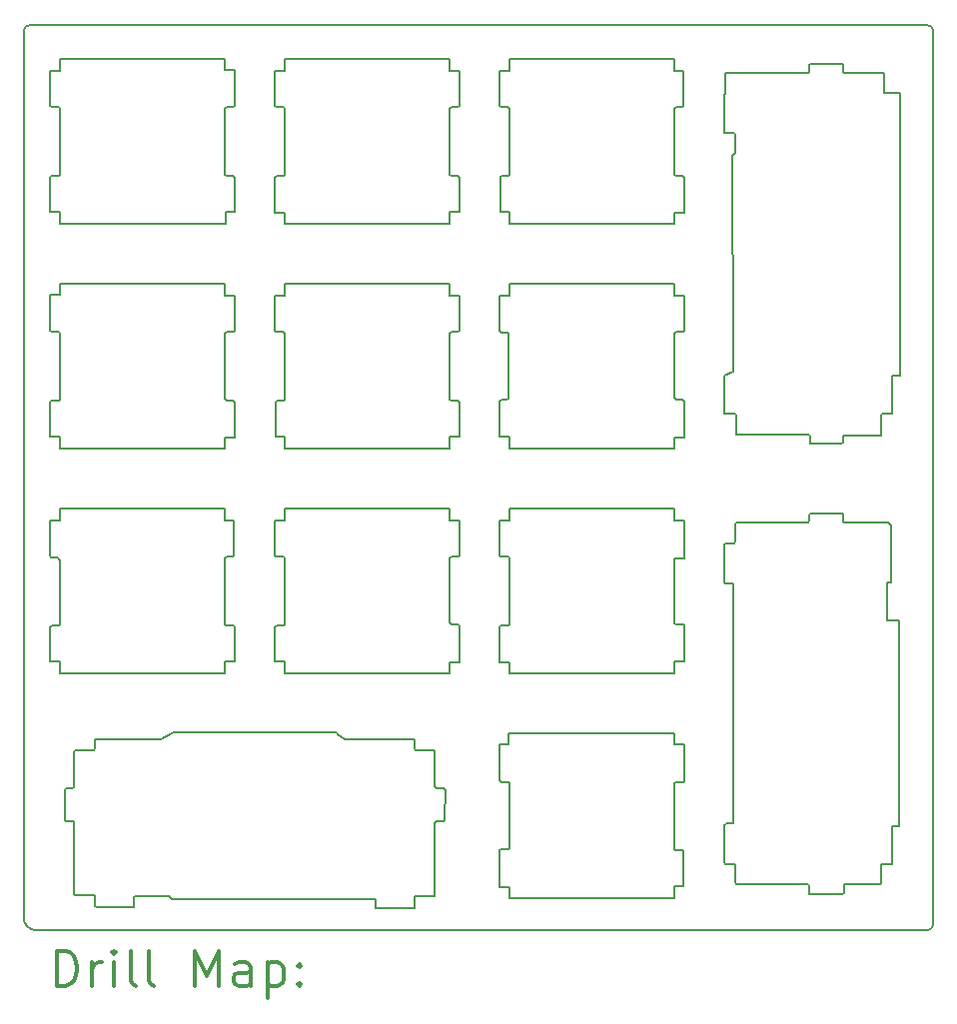
<source format=gbr>
%FSLAX45Y45*%
G04 Gerber Fmt 4.5, Leading zero omitted, Abs format (unit mm)*
G04 Created by KiCad (PCBNEW (5.1.9)-1) date 2021-05-26 14:19:04*
%MOMM*%
%LPD*%
G01*
G04 APERTURE LIST*
%TA.AperFunction,Profile*%
%ADD10C,0.150000*%
%TD*%
%ADD11C,0.200000*%
%ADD12C,0.300000*%
G04 APERTURE END LIST*
D10*
X17221200Y-12344400D02*
X17259300Y-12344400D01*
X17221200Y-12661900D02*
X17221200Y-12344400D01*
X15504160Y-12136120D02*
X15504160Y-12115800D01*
X15422880Y-12136120D02*
X15504160Y-12136120D01*
X17233900Y-11836400D02*
X17155160Y-11836400D01*
X17259300Y-11861800D02*
X17233900Y-11836400D01*
X17259300Y-12001500D02*
X17259300Y-11861800D01*
X17259300Y-12344400D02*
X17259300Y-12001500D01*
X17322800Y-12661900D02*
X17221200Y-12661900D01*
X17322800Y-14406880D02*
X17322800Y-12661900D01*
X15915640Y-12349480D02*
X15849600Y-12349480D01*
X15915640Y-12669520D02*
X15915640Y-12349480D01*
X13385800Y-14998700D02*
X13390880Y-14991080D01*
X13220700Y-14998700D02*
X13385800Y-14998700D01*
X13220700Y-15100300D02*
X13220700Y-14998700D01*
X12890500Y-15100300D02*
X13220700Y-15100300D01*
X12890500Y-15036800D02*
X12890500Y-15100300D01*
X12877800Y-15024100D02*
X12890500Y-15036800D01*
X10845800Y-14998700D02*
X10835640Y-15011400D01*
X11137900Y-14998700D02*
X10845800Y-14998700D01*
X11163300Y-15024100D02*
X11137900Y-14998700D01*
X12877800Y-15024100D02*
X11163300Y-15024100D01*
X17195800Y-8026400D02*
X17162780Y-8026400D01*
X17261840Y-10591800D02*
X17335500Y-10591800D01*
X17261840Y-10591800D02*
X17261840Y-10906760D01*
X17335500Y-10287000D02*
X17335500Y-10591800D01*
X17195800Y-8191500D02*
X17195800Y-8026400D01*
X17272000Y-8191500D02*
X17195800Y-8191500D01*
X17335500Y-8191500D02*
X17335500Y-10287000D01*
X17272000Y-8191500D02*
X17335500Y-8191500D01*
X15854680Y-8026400D02*
X16550640Y-8026400D01*
X15854680Y-8026400D02*
X15854680Y-8036560D01*
X15854680Y-8194040D02*
X15854680Y-8036560D01*
X15852140Y-8199120D02*
X15854680Y-8194040D01*
X17170400Y-11094720D02*
X17170400Y-11079480D01*
X16847820Y-11094720D02*
X17170400Y-11094720D01*
X16568420Y-11102340D02*
X16558260Y-11087100D01*
X15915640Y-10556240D02*
X15839440Y-10586720D01*
X10007600Y-15290800D02*
X10003880Y-15290557D01*
X15913100Y-8724900D02*
X15938500Y-8699500D01*
X15913100Y-8862060D02*
X15913100Y-8724900D01*
X11069320Y-13670280D02*
X11160760Y-13624560D01*
X10830560Y-13670280D02*
X11069320Y-13670280D01*
X12623800Y-13670280D02*
X12567920Y-13629640D01*
X12898120Y-13670280D02*
X12623800Y-13670280D01*
X15915640Y-10248900D02*
X15915640Y-10556240D01*
X17266920Y-14406880D02*
X17266920Y-14411960D01*
X17322800Y-14406880D02*
X17266920Y-14406880D01*
X15864840Y-14386560D02*
X15854680Y-14391640D01*
X15915640Y-14386560D02*
X15864840Y-14386560D01*
X15915640Y-14056360D02*
X15915640Y-14386560D01*
X10003880Y-15290557D02*
G75*
G02*
X9906000Y-15179040I8800J106438D01*
G01*
X11617960Y-9306560D02*
X11612880Y-9306560D01*
X11617960Y-9204960D02*
X11617960Y-9306560D01*
X11694160Y-9204960D02*
X11617960Y-9204960D01*
X11694160Y-8910320D02*
X11694160Y-9204960D01*
X11689080Y-8905240D02*
X11694160Y-8910320D01*
X11678920Y-8895080D02*
X11689080Y-8905240D01*
X11623040Y-8895080D02*
X11678920Y-8895080D01*
X11612880Y-8884920D02*
X11623040Y-8895080D01*
X11612880Y-8326120D02*
X11612880Y-8884920D01*
X11623040Y-8315960D02*
X11612880Y-8326120D01*
X11678920Y-8315960D02*
X11623040Y-8315960D01*
X11694160Y-8305800D02*
X11678920Y-8315960D01*
X11694160Y-8001000D02*
X11694160Y-8305800D01*
X11612880Y-8001000D02*
X11694160Y-8001000D01*
X11612880Y-7904480D02*
X11612880Y-8001000D01*
X10210800Y-7904480D02*
X11612880Y-7904480D01*
X10210800Y-8006080D02*
X10210800Y-7904480D01*
X10129520Y-8006080D02*
X10210800Y-8006080D01*
X10129520Y-8305800D02*
X10129520Y-8006080D01*
X10144760Y-8315960D02*
X10129520Y-8305800D01*
X10200640Y-8315960D02*
X10144760Y-8315960D01*
X10210800Y-8331200D02*
X10200640Y-8315960D01*
X10210800Y-8884920D02*
X10210800Y-8331200D01*
X10200640Y-8895080D02*
X10210800Y-8884920D01*
X10139680Y-8895080D02*
X10200640Y-8895080D01*
X10129520Y-8910320D02*
X10139680Y-8895080D01*
X10129520Y-9204960D02*
X10129520Y-8910320D01*
X10210800Y-9204960D02*
X10129520Y-9204960D01*
X10210800Y-9306560D02*
X10210800Y-9204960D01*
X11612880Y-9306560D02*
X10210800Y-9306560D01*
X13517880Y-9204960D02*
X13517880Y-9306560D01*
X13599160Y-9204960D02*
X13517880Y-9204960D01*
X13599160Y-8910320D02*
X13599160Y-9204960D01*
X13583920Y-8895080D02*
X13599160Y-8910320D01*
X13528040Y-8895080D02*
X13583920Y-8895080D01*
X13517880Y-8884920D02*
X13528040Y-8895080D01*
X13517880Y-8326120D02*
X13517880Y-8884920D01*
X13528040Y-8315960D02*
X13517880Y-8326120D01*
X13583920Y-8315960D02*
X13528040Y-8315960D01*
X13599160Y-8300720D02*
X13583920Y-8315960D01*
X13599160Y-8006080D02*
X13599160Y-8300720D01*
X13517880Y-8006080D02*
X13599160Y-8006080D01*
X13517880Y-7904480D02*
X13517880Y-8006080D01*
X12115800Y-7904480D02*
X13517880Y-7904480D01*
X12115800Y-8006080D02*
X12115800Y-7904480D01*
X12034520Y-8006080D02*
X12115800Y-8006080D01*
X12034520Y-8300720D02*
X12034520Y-8006080D01*
X12049760Y-8315960D02*
X12034520Y-8300720D01*
X12105640Y-8315960D02*
X12049760Y-8315960D01*
X12115800Y-8326120D02*
X12105640Y-8315960D01*
X12115800Y-8884920D02*
X12115800Y-8326120D01*
X12105640Y-8895080D02*
X12115800Y-8884920D01*
X12049760Y-8895080D02*
X12105640Y-8895080D01*
X12034520Y-8910320D02*
X12049760Y-8895080D01*
X12034520Y-9210040D02*
X12034520Y-8910320D01*
X12115800Y-9210040D02*
X12034520Y-9210040D01*
X12115800Y-9306560D02*
X12115800Y-9210040D01*
X13517880Y-9306560D02*
X12115800Y-9306560D01*
X15422880Y-9306560D02*
X14020800Y-9306560D01*
X14020800Y-9204960D02*
X14020800Y-9306560D01*
X13944600Y-9204960D02*
X14020800Y-9204960D01*
X13944600Y-8905240D02*
X13944600Y-9204960D01*
X13954760Y-8895080D02*
X13944600Y-8905240D01*
X14010640Y-8895080D02*
X13954760Y-8895080D01*
X14020800Y-8884920D02*
X14010640Y-8895080D01*
X14020800Y-8326120D02*
X14020800Y-8884920D01*
X14005560Y-8315960D02*
X14020800Y-8326120D01*
X13954760Y-8315960D02*
X14005560Y-8315960D01*
X13939520Y-8300720D02*
X13954760Y-8315960D01*
X13939520Y-8006080D02*
X13939520Y-8300720D01*
X14020800Y-8006080D02*
X13939520Y-8006080D01*
X14020800Y-7909560D02*
X14020800Y-8006080D01*
X15422880Y-7909560D02*
X14020800Y-7909560D01*
X15422880Y-8006080D02*
X15422880Y-7909560D01*
X15499080Y-8006080D02*
X15422880Y-8006080D01*
X15499080Y-8305800D02*
X15499080Y-8006080D01*
X15488920Y-8315960D02*
X15499080Y-8305800D01*
X15433040Y-8315960D02*
X15488920Y-8315960D01*
X15422880Y-8331200D02*
X15433040Y-8315960D01*
X15422880Y-8884920D02*
X15422880Y-8331200D01*
X15438120Y-8895080D02*
X15422880Y-8884920D01*
X15488920Y-8895080D02*
X15438120Y-8895080D01*
X15504160Y-8910320D02*
X15488920Y-8895080D01*
X15504160Y-9210040D02*
X15504160Y-8910320D01*
X15422880Y-9210040D02*
X15504160Y-9210040D01*
X15422880Y-9306560D02*
X15422880Y-9210040D01*
X14020800Y-9911080D02*
X13939520Y-9911080D01*
X14020800Y-9809480D02*
X14020800Y-9911080D01*
X15422880Y-9809480D02*
X14020800Y-9809480D01*
X15422880Y-9911080D02*
X15422880Y-9809480D01*
X15504160Y-9911080D02*
X15422880Y-9911080D01*
X15504160Y-10210800D02*
X15504160Y-9911080D01*
X15494000Y-10220960D02*
X15504160Y-10210800D01*
X15433040Y-10220960D02*
X15494000Y-10220960D01*
X15422880Y-10231120D02*
X15433040Y-10220960D01*
X15422880Y-10779760D02*
X15422880Y-10231120D01*
X15433040Y-10795000D02*
X15422880Y-10779760D01*
X15488920Y-10795000D02*
X15433040Y-10795000D01*
X15504160Y-10810240D02*
X15488920Y-10795000D01*
X15504160Y-11115040D02*
X15504160Y-10810240D01*
X15422880Y-11115040D02*
X15504160Y-11115040D01*
X15422880Y-11211560D02*
X15422880Y-11115040D01*
X14020800Y-11211560D02*
X15422880Y-11211560D01*
X14020800Y-11109960D02*
X14020800Y-11211560D01*
X13939520Y-11109960D02*
X14020800Y-11109960D01*
X13939520Y-10810240D02*
X13939520Y-11109960D01*
X13954760Y-10795000D02*
X13939520Y-10810240D01*
X14000480Y-10795000D02*
X13954760Y-10795000D01*
X14015720Y-10784840D02*
X14000480Y-10795000D01*
X14015720Y-10236200D02*
X14015720Y-10784840D01*
X14005560Y-10226040D02*
X14015720Y-10236200D01*
X13954760Y-10226040D02*
X14005560Y-10226040D01*
X13939520Y-10210800D02*
X13954760Y-10226040D01*
X13939520Y-9911080D02*
X13939520Y-10210800D01*
X12115800Y-9911080D02*
X12034520Y-9911080D01*
X12115800Y-9809480D02*
X12115800Y-9911080D01*
X13517880Y-9809480D02*
X12115800Y-9809480D01*
X13517880Y-9911080D02*
X13517880Y-9809480D01*
X13599160Y-9911080D02*
X13517880Y-9911080D01*
X13599160Y-10205720D02*
X13599160Y-9911080D01*
X13583920Y-10220960D02*
X13599160Y-10205720D01*
X13528040Y-10220960D02*
X13583920Y-10220960D01*
X13517880Y-10231120D02*
X13528040Y-10220960D01*
X13517880Y-10789920D02*
X13517880Y-10231120D01*
X13528040Y-10800080D02*
X13517880Y-10789920D01*
X13583920Y-10800080D02*
X13528040Y-10800080D01*
X13599160Y-10815320D02*
X13583920Y-10800080D01*
X13599160Y-11109960D02*
X13599160Y-10815320D01*
X13517880Y-11109960D02*
X13599160Y-11109960D01*
X13517880Y-11115040D02*
X13517880Y-11109960D01*
X13517880Y-11211560D02*
X13517880Y-11115040D01*
X12115800Y-11211560D02*
X13517880Y-11211560D01*
X12115800Y-11109960D02*
X12115800Y-11211560D01*
X12039600Y-11109960D02*
X12115800Y-11109960D01*
X12039600Y-10815320D02*
X12039600Y-11109960D01*
X12049760Y-10805160D02*
X12039600Y-10815320D01*
X12105640Y-10805160D02*
X12049760Y-10805160D01*
X12115800Y-10795000D02*
X12105640Y-10805160D01*
X12115800Y-10236200D02*
X12115800Y-10795000D01*
X12100560Y-10220960D02*
X12115800Y-10236200D01*
X12044680Y-10220960D02*
X12100560Y-10220960D01*
X12034520Y-10210800D02*
X12044680Y-10220960D01*
X12034520Y-10200640D02*
X12034520Y-10210800D01*
X12034520Y-9911080D02*
X12034520Y-10200640D01*
X10144760Y-10800080D02*
X10132060Y-10812780D01*
X10200640Y-10800080D02*
X10144760Y-10800080D01*
X10210800Y-10789920D02*
X10200640Y-10800080D01*
X10210800Y-10231120D02*
X10210800Y-10789920D01*
X10200640Y-10220960D02*
X10210800Y-10231120D01*
X10144760Y-10220960D02*
X10200640Y-10220960D01*
X10129520Y-10205720D02*
X10144760Y-10220960D01*
X10129520Y-9906000D02*
X10129520Y-10205720D01*
X10210800Y-9906000D02*
X10129520Y-9906000D01*
X10210800Y-9809480D02*
X10210800Y-9906000D01*
X11612880Y-9809480D02*
X10210800Y-9809480D01*
X11612880Y-9911080D02*
X11612880Y-9809480D01*
X11694160Y-9911080D02*
X11612880Y-9911080D01*
X11694160Y-10210800D02*
X11694160Y-9911080D01*
X11684000Y-10220960D02*
X11694160Y-10210800D01*
X11628120Y-10220960D02*
X11684000Y-10220960D01*
X11612880Y-10236200D02*
X11628120Y-10220960D01*
X11612880Y-10784840D02*
X11612880Y-10236200D01*
X11628120Y-10800080D02*
X11612880Y-10784840D01*
X11678920Y-10800080D02*
X11628120Y-10800080D01*
X11694160Y-10815320D02*
X11678920Y-10800080D01*
X11694160Y-11115040D02*
X11694160Y-10815320D01*
X11612880Y-11115040D02*
X11694160Y-11115040D01*
X11612880Y-11211560D02*
X11612880Y-11115040D01*
X10210800Y-11211560D02*
X11612880Y-11211560D01*
X10210800Y-11109960D02*
X10210800Y-11211560D01*
X10132060Y-11109960D02*
X10210800Y-11109960D01*
X10132060Y-10812780D02*
X10132060Y-11109960D01*
X14020800Y-11816080D02*
X14020800Y-11714480D01*
X13939520Y-11816080D02*
X14020800Y-11816080D01*
X13939520Y-12115800D02*
X13939520Y-11816080D01*
X13949680Y-12125960D02*
X13939520Y-12115800D01*
X14010640Y-12125960D02*
X13949680Y-12125960D01*
X14020800Y-12136120D02*
X14010640Y-12125960D01*
X14020800Y-12694920D02*
X14020800Y-12136120D01*
X14010640Y-12705080D02*
X14020800Y-12694920D01*
X13949680Y-12705080D02*
X14010640Y-12705080D01*
X13939520Y-12720320D02*
X13949680Y-12705080D01*
X13939520Y-13020040D02*
X13939520Y-12720320D01*
X13944600Y-13020040D02*
X13939520Y-13020040D01*
X14020800Y-13020040D02*
X13944600Y-13020040D01*
X14020800Y-13116560D02*
X14020800Y-13020040D01*
X15422880Y-13116560D02*
X14020800Y-13116560D01*
X15422880Y-13014960D02*
X15422880Y-13116560D01*
X15504160Y-13014960D02*
X15422880Y-13014960D01*
X15504160Y-12710160D02*
X15504160Y-13014960D01*
X15494000Y-12700000D02*
X15504160Y-12710160D01*
X15433040Y-12700000D02*
X15494000Y-12700000D01*
X15422880Y-12689840D02*
X15433040Y-12700000D01*
X15422880Y-12136120D02*
X15422880Y-12689840D01*
X15504160Y-11816080D02*
X15504160Y-12115800D01*
X15422880Y-11816080D02*
X15504160Y-11816080D01*
X15422880Y-11714480D02*
X15422880Y-11816080D01*
X14020800Y-11714480D02*
X15422880Y-11714480D01*
X12115800Y-13014960D02*
X12115800Y-13116560D01*
X12034520Y-13014960D02*
X12115800Y-13014960D01*
X12034520Y-12720320D02*
X12034520Y-13014960D01*
X12049760Y-12705080D02*
X12034520Y-12720320D01*
X12105640Y-12705080D02*
X12049760Y-12705080D01*
X12115800Y-12694920D02*
X12105640Y-12705080D01*
X12115800Y-12136120D02*
X12115800Y-12694920D01*
X12110720Y-12125960D02*
X12115800Y-12136120D01*
X12044680Y-12125960D02*
X12110720Y-12125960D01*
X12034520Y-12115800D02*
X12044680Y-12125960D01*
X12034520Y-11816080D02*
X12034520Y-12115800D01*
X12115800Y-11816080D02*
X12034520Y-11816080D01*
X12115800Y-11714480D02*
X12115800Y-11816080D01*
X13517880Y-11714480D02*
X12115800Y-11714480D01*
X13517880Y-11816080D02*
X13517880Y-11714480D01*
X13599160Y-11816080D02*
X13517880Y-11816080D01*
X13599160Y-12115800D02*
X13599160Y-11816080D01*
X13589000Y-12125960D02*
X13599160Y-12115800D01*
X13528040Y-12125960D02*
X13589000Y-12125960D01*
X13517880Y-12136120D02*
X13528040Y-12125960D01*
X13517880Y-12684760D02*
X13517880Y-12136120D01*
X13533120Y-12700000D02*
X13517880Y-12684760D01*
X13589000Y-12700000D02*
X13533120Y-12700000D01*
X13599160Y-12715240D02*
X13589000Y-12700000D01*
X13599160Y-13020040D02*
X13599160Y-12715240D01*
X13517880Y-13020040D02*
X13599160Y-13020040D01*
X13517880Y-13116560D02*
X13517880Y-13020040D01*
X12115800Y-13116560D02*
X13517880Y-13116560D01*
X11612880Y-11816080D02*
X11612880Y-11714480D01*
X11689080Y-11816080D02*
X11612880Y-11816080D01*
X11689080Y-12115800D02*
X11689080Y-11816080D01*
X11678920Y-12125960D02*
X11689080Y-12115800D01*
X11623040Y-12125960D02*
X11678920Y-12125960D01*
X11612880Y-12136120D02*
X11623040Y-12125960D01*
X11612880Y-12694920D02*
X11612880Y-12136120D01*
X11617960Y-12705080D02*
X11612880Y-12694920D01*
X11678920Y-12705080D02*
X11617960Y-12705080D01*
X11694160Y-12715240D02*
X11678920Y-12705080D01*
X11694160Y-13014960D02*
X11694160Y-12715240D01*
X11612880Y-13014960D02*
X11694160Y-13014960D01*
X11612880Y-13116560D02*
X11612880Y-13014960D01*
X10210800Y-13116560D02*
X11612880Y-13116560D01*
X10210800Y-13014960D02*
X10210800Y-13116560D01*
X10129520Y-13014960D02*
X10210800Y-13014960D01*
X10129520Y-12720320D02*
X10129520Y-13014960D01*
X10144760Y-12705080D02*
X10129520Y-12720320D01*
X10200640Y-12705080D02*
X10144760Y-12705080D01*
X10210800Y-12694920D02*
X10200640Y-12705080D01*
X10210800Y-12151360D02*
X10210800Y-12694920D01*
X10205720Y-12146280D02*
X10210800Y-12151360D01*
X10195560Y-12131040D02*
X10205720Y-12146280D01*
X10134600Y-12131040D02*
X10195560Y-12131040D01*
X10129520Y-12115800D02*
X10134600Y-12131040D01*
X10129520Y-11816080D02*
X10129520Y-12115800D01*
X10210800Y-11816080D02*
X10129520Y-11816080D01*
X10210800Y-11714480D02*
X10210800Y-11816080D01*
X11612880Y-11714480D02*
X10210800Y-11714480D01*
X13390880Y-14371320D02*
X13390880Y-14991080D01*
X13411200Y-14366240D02*
X13390880Y-14371320D01*
X13467080Y-14366240D02*
X13411200Y-14366240D01*
X13472160Y-14361160D02*
X13467080Y-14366240D01*
X13477240Y-14097000D02*
X13472160Y-14361160D01*
X13472160Y-14091920D02*
X13477240Y-14097000D01*
X13462000Y-14086840D02*
X13472160Y-14091920D01*
X13406120Y-14086840D02*
X13411200Y-14086840D01*
X13390880Y-14071600D02*
X13406120Y-14086840D01*
X13411200Y-14086840D02*
X13462000Y-14086840D01*
X13390880Y-13771880D02*
X13390880Y-14071600D01*
X13385800Y-13761720D02*
X13390880Y-13771880D01*
X13223240Y-13761720D02*
X13385800Y-13761720D01*
X13218160Y-13746480D02*
X13223240Y-13761720D01*
X13218160Y-13680440D02*
X13218160Y-13746480D01*
X13213080Y-13670280D02*
X13218160Y-13680440D01*
X12898120Y-13670280D02*
X13213080Y-13670280D01*
X12557760Y-13614400D02*
X12567920Y-13629640D01*
X11181080Y-13614400D02*
X12557760Y-13614400D01*
X11160760Y-13624560D02*
X11181080Y-13614400D01*
X10525760Y-13670280D02*
X10830560Y-13670280D01*
X10510520Y-13675360D02*
X10525760Y-13670280D01*
X10510520Y-13751560D02*
X10510520Y-13675360D01*
X10500360Y-13761720D02*
X10510520Y-13751560D01*
X10337800Y-13761720D02*
X10500360Y-13761720D01*
X10332720Y-13782040D02*
X10337800Y-13761720D01*
X10332720Y-14081760D02*
X10332720Y-13782040D01*
X10317480Y-14086840D02*
X10332720Y-14081760D01*
X10261600Y-14086840D02*
X10317480Y-14086840D01*
X10251440Y-14102080D02*
X10261600Y-14086840D01*
X10251440Y-14356080D02*
X10251440Y-14102080D01*
X10266680Y-14366240D02*
X10251440Y-14356080D01*
X10322560Y-14366240D02*
X10266680Y-14366240D01*
X10332720Y-14376400D02*
X10322560Y-14366240D01*
X10332720Y-14980920D02*
X10332720Y-14376400D01*
X10337800Y-14991080D02*
X10332720Y-14980920D01*
X10500360Y-14991080D02*
X10337800Y-14991080D01*
X10505440Y-14996160D02*
X10500360Y-14991080D01*
X10505440Y-14996160D02*
X10505440Y-15001240D01*
X10505440Y-15082520D02*
X10505440Y-15001240D01*
X10525760Y-15097760D02*
X10505440Y-15082520D01*
X10825480Y-15097760D02*
X10525760Y-15097760D01*
X10835640Y-15092680D02*
X10825480Y-15097760D01*
X10835640Y-15011400D02*
X10835640Y-15092680D01*
X15422880Y-14919960D02*
X15422880Y-15021560D01*
X15422880Y-14914880D02*
X15422880Y-14919960D01*
X15499080Y-14914880D02*
X15422880Y-14914880D01*
X15499080Y-14620240D02*
X15499080Y-14914880D01*
X15483840Y-14610080D02*
X15499080Y-14620240D01*
X15427960Y-14610080D02*
X15483840Y-14610080D01*
X15422880Y-14599920D02*
X15427960Y-14610080D01*
X15422880Y-14041120D02*
X15422880Y-14599920D01*
X15427960Y-14036040D02*
X15422880Y-14041120D01*
X15494000Y-14036040D02*
X15427960Y-14036040D01*
X15504160Y-14025880D02*
X15494000Y-14036040D01*
X15504160Y-13716000D02*
X15504160Y-14025880D01*
X15422880Y-13716000D02*
X15504160Y-13716000D01*
X15422880Y-13619480D02*
X15422880Y-13716000D01*
X14015720Y-13619480D02*
X15422880Y-13619480D01*
X14015720Y-13716000D02*
X14015720Y-13619480D01*
X13939520Y-13716000D02*
X14015720Y-13716000D01*
X13939520Y-14020800D02*
X13939520Y-13716000D01*
X13954760Y-14036040D02*
X13939520Y-14020800D01*
X14010640Y-14036040D02*
X13954760Y-14036040D01*
X14020800Y-14046200D02*
X14010640Y-14036040D01*
X14020800Y-14594840D02*
X14020800Y-14046200D01*
X14010640Y-14605000D02*
X14020800Y-14594840D01*
X13949680Y-14605000D02*
X14010640Y-14605000D01*
X13939520Y-14615160D02*
X13949680Y-14605000D01*
X13939520Y-14925040D02*
X13939520Y-14615160D01*
X14020800Y-14925040D02*
X13939520Y-14925040D01*
X14020800Y-15021560D02*
X14020800Y-14925040D01*
X15422880Y-15021560D02*
X14020800Y-15021560D01*
X15935960Y-11841480D02*
X15956280Y-11836400D01*
X15935960Y-11998960D02*
X15935960Y-11841480D01*
X15925800Y-12009120D02*
X15935960Y-11998960D01*
X15849600Y-12009120D02*
X15925800Y-12009120D01*
X15839440Y-12019280D02*
X15849600Y-12009120D01*
X15839440Y-12339320D02*
X15839440Y-12019280D01*
X15849600Y-12349480D02*
X15839440Y-12339320D01*
X15915640Y-14056360D02*
X15915640Y-12669520D01*
X15839440Y-14401800D02*
X15854680Y-14391640D01*
X15839440Y-14716760D02*
X15839440Y-14401800D01*
X15854680Y-14726920D02*
X15839440Y-14716760D01*
X15925800Y-14726920D02*
X15854680Y-14726920D01*
X15935960Y-14742160D02*
X15925800Y-14726920D01*
X15935960Y-14879320D02*
X15935960Y-14742160D01*
X15946120Y-14899640D02*
X15935960Y-14879320D01*
X16555720Y-14899640D02*
X15946120Y-14899640D01*
X16565880Y-14914880D02*
X16555720Y-14899640D01*
X16565880Y-14980920D02*
X16565880Y-14914880D01*
X16845280Y-14980920D02*
X16565880Y-14980920D01*
X16855440Y-14975840D02*
X16845280Y-14980920D01*
X16855440Y-14904720D02*
X16855440Y-14975840D01*
X16860520Y-14899640D02*
X16855440Y-14904720D01*
X17165320Y-14899640D02*
X16860520Y-14899640D01*
X17175480Y-14894560D02*
X17165320Y-14899640D01*
X17175480Y-14884400D02*
X17175480Y-14894560D01*
X17175480Y-14732000D02*
X17175480Y-14884400D01*
X17180560Y-14726920D02*
X17175480Y-14732000D01*
X17261840Y-14726920D02*
X17180560Y-14726920D01*
X17266920Y-14721840D02*
X17261840Y-14726920D01*
X17266920Y-14411960D02*
X17266920Y-14721840D01*
X16855440Y-11836400D02*
X17155160Y-11836400D01*
X16850360Y-11826240D02*
X16855440Y-11836400D01*
X16850360Y-11765280D02*
X16850360Y-11826240D01*
X16840200Y-11755120D02*
X16850360Y-11765280D01*
X16576040Y-11755120D02*
X16840200Y-11755120D01*
X16565880Y-11770360D02*
X16576040Y-11755120D01*
X16565880Y-11821160D02*
X16565880Y-11770360D01*
X16550640Y-11836400D02*
X16565880Y-11821160D01*
X15956280Y-11836400D02*
X16550640Y-11836400D01*
X16855440Y-8026400D02*
X17162780Y-8026400D01*
X16850360Y-8018780D02*
X16855440Y-8026400D01*
X16850360Y-7957820D02*
X16850360Y-8018780D01*
X16845280Y-7952740D02*
X16850360Y-7957820D01*
X16837660Y-7945120D02*
X16845280Y-7952740D01*
X16573500Y-7945120D02*
X16837660Y-7945120D01*
X16563340Y-7955280D02*
X16573500Y-7945120D01*
X16563340Y-8013700D02*
X16563340Y-7955280D01*
X16550640Y-8026400D02*
X16563340Y-8013700D01*
X15841980Y-8209280D02*
X15852140Y-8199120D01*
X15841980Y-8536940D02*
X15841980Y-8209280D01*
X15923260Y-8536940D02*
X15841980Y-8536940D01*
X15938500Y-8544560D02*
X15923260Y-8536940D01*
X15938500Y-8699500D02*
X15938500Y-8544560D01*
X15915640Y-10248900D02*
X15913100Y-8862060D01*
X15839440Y-10906760D02*
X15839440Y-10586720D01*
X15841980Y-10909300D02*
X15839440Y-10906760D01*
X15854680Y-10914380D02*
X15841980Y-10909300D01*
X15933420Y-10914380D02*
X15854680Y-10914380D01*
X15941040Y-10932160D02*
X15933420Y-10914380D01*
X15941040Y-11071860D02*
X15941040Y-10932160D01*
X15941040Y-11087100D02*
X15941040Y-11071860D01*
X15946120Y-11087100D02*
X15941040Y-11087100D01*
X16558260Y-11087100D02*
X15946120Y-11087100D01*
X16568420Y-11163300D02*
X16568420Y-11102340D01*
X16578580Y-11168380D02*
X16568420Y-11163300D01*
X16837660Y-11168380D02*
X16578580Y-11168380D01*
X16847820Y-11155680D02*
X16837660Y-11168380D01*
X16847820Y-11094720D02*
X16847820Y-11155680D01*
X17170400Y-11071860D02*
X17170400Y-11079480D01*
X17170400Y-10919460D02*
X17170400Y-11071860D01*
X17188180Y-10914380D02*
X17170400Y-10919460D01*
X17251680Y-10914380D02*
X17188180Y-10914380D01*
X17261840Y-10909300D02*
X17251680Y-10914380D01*
X17261840Y-10906760D02*
X17261840Y-10909300D01*
X17564100Y-7620000D02*
G75*
G02*
X17614900Y-7670800I0J-50800D01*
G01*
X17614900Y-15240000D02*
G75*
G02*
X17564100Y-15290800I-50800J0D01*
G01*
X9906000Y-7670800D02*
G75*
G02*
X9956800Y-7620000I50800J0D01*
G01*
X10007600Y-15290800D02*
X17564100Y-15290800D01*
X17614910Y-15240000D02*
X17614910Y-7670800D01*
X17564100Y-7620000D02*
X9956800Y-7620000D01*
X9906000Y-7670800D02*
X9906000Y-15179040D01*
D11*
D12*
X10184808Y-15764014D02*
X10184808Y-15464014D01*
X10256236Y-15464014D01*
X10299093Y-15478300D01*
X10327665Y-15506871D01*
X10341950Y-15535443D01*
X10356236Y-15592586D01*
X10356236Y-15635443D01*
X10341950Y-15692586D01*
X10327665Y-15721157D01*
X10299093Y-15749729D01*
X10256236Y-15764014D01*
X10184808Y-15764014D01*
X10484808Y-15764014D02*
X10484808Y-15564014D01*
X10484808Y-15621157D02*
X10499093Y-15592586D01*
X10513379Y-15578300D01*
X10541950Y-15564014D01*
X10570522Y-15564014D01*
X10670522Y-15764014D02*
X10670522Y-15564014D01*
X10670522Y-15464014D02*
X10656236Y-15478300D01*
X10670522Y-15492586D01*
X10684808Y-15478300D01*
X10670522Y-15464014D01*
X10670522Y-15492586D01*
X10856236Y-15764014D02*
X10827665Y-15749729D01*
X10813379Y-15721157D01*
X10813379Y-15464014D01*
X11013379Y-15764014D02*
X10984808Y-15749729D01*
X10970522Y-15721157D01*
X10970522Y-15464014D01*
X11356236Y-15764014D02*
X11356236Y-15464014D01*
X11456236Y-15678300D01*
X11556236Y-15464014D01*
X11556236Y-15764014D01*
X11827665Y-15764014D02*
X11827665Y-15606871D01*
X11813379Y-15578300D01*
X11784807Y-15564014D01*
X11727665Y-15564014D01*
X11699093Y-15578300D01*
X11827665Y-15749729D02*
X11799093Y-15764014D01*
X11727665Y-15764014D01*
X11699093Y-15749729D01*
X11684807Y-15721157D01*
X11684807Y-15692586D01*
X11699093Y-15664014D01*
X11727665Y-15649729D01*
X11799093Y-15649729D01*
X11827665Y-15635443D01*
X11970522Y-15564014D02*
X11970522Y-15864014D01*
X11970522Y-15578300D02*
X11999093Y-15564014D01*
X12056236Y-15564014D01*
X12084807Y-15578300D01*
X12099093Y-15592586D01*
X12113379Y-15621157D01*
X12113379Y-15706871D01*
X12099093Y-15735443D01*
X12084807Y-15749729D01*
X12056236Y-15764014D01*
X11999093Y-15764014D01*
X11970522Y-15749729D01*
X12241950Y-15735443D02*
X12256236Y-15749729D01*
X12241950Y-15764014D01*
X12227665Y-15749729D01*
X12241950Y-15735443D01*
X12241950Y-15764014D01*
X12241950Y-15578300D02*
X12256236Y-15592586D01*
X12241950Y-15606871D01*
X12227665Y-15592586D01*
X12241950Y-15578300D01*
X12241950Y-15606871D01*
M02*

</source>
